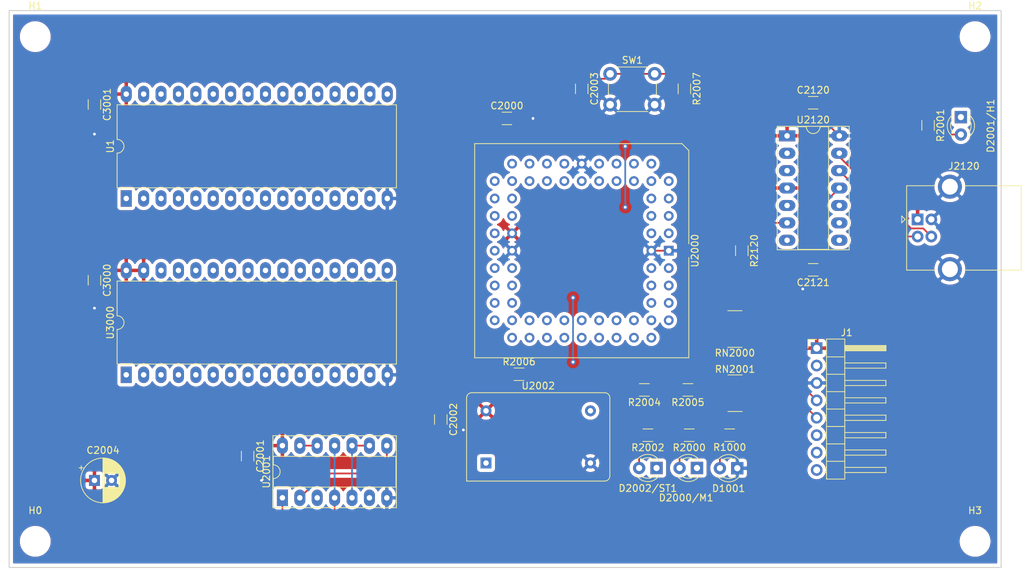
<source format=kicad_pcb>
(kicad_pcb (version 20171130) (host pcbnew "(5.1.10)-1")
  (layers (0 F.Cu signal) (31 B.Cu signal) (34 B.Paste user) (35 F.Paste user) (36 B.SilkS user) (37 F.SilkS user) (38 B.Mask user) (39 F.Mask user) (44 Edge.Cuts user))
  (net 0 "")
  (net 1 +5V)
  (net 2 GND)
  (net 3 "Net-(J2120-Pad3)")
  (net 4 "Net-(J2120-Pad2)")
  (net 5 "Net-(U2120-Pad10)")
  (net 6 "Net-(U2120-Pad9)")
  (net 7 "Net-(U2120-Pad8)")
  (net 8 "Net-(U2120-Pad7)")
  (net 9 "Net-(U2120-Pad3)")
  (net 10 "Net-(U2120-Pad2)")
  (net 11 "Net-(C2121-Pad1)")
  (net 12 "Net-(D1001-Pad2)")
  (net 13 "Net-(D2000/M1-Pad2)")
  (net 14 /2000_CPU/M1)
  (net 15 "Net-(D2001/H1-Pad2)")
  (net 16 /2000_CPU/HALT)
  (net 17 "Net-(D2002/ST1-Pad2)")
  (net 18 /2000_CPU/ST)
  (net 19 /2000_CPU/RTS0)
  (net 20 /2000_CPU/TX)
  (net 21 /2000_CPU/RX)
  (net 22 /2000_CPU/WAIT)
  (net 23 /2000_CPU/BUSREQ)
  (net 24 /2000_CPU/CTS0)
  (net 25 /2000_CPU/INT1)
  (net 26 /2000_CPU/INT2)
  (net 27 /2000_CPU/NMI)
  (net 28 /2000_CPU/INT0)
  (net 29 /2000_CPU/CKS)
  (net 30 /2000_CPU/DREQ1)
  (net 31 /2000_CPU/DCD0)
  (net 32 /2000_CPU/RXS)
  (net 33 /2000_CPU/C_RST)
  (net 34 /2000_CPU/CLK)
  (net 35 /2000_CPU/RD)
  (net 36 /2000_CPU/WR)
  (net 37 /2000_CPU/MREQ)
  (net 38 /2000_CPU/IORQ)
  (net 39 /2000_CPU/TXS)
  (net 40 /2000_CPU/D7)
  (net 41 /2000_CPU/D6)
  (net 42 /2000_CPU/D5)
  (net 43 /2000_CPU/D4)
  (net 44 /2000_CPU/D3)
  (net 45 /2000_CPU/D2)
  (net 46 /2000_CPU/D1)
  (net 47 /2000_CPU/D0)
  (net 48 /2000_CPU/A19)
  (net 49 /2000_CPU/A18)
  (net 50 /2000_CPU/A17)
  (net 51 /2000_CPU/A16)
  (net 52 /2000_CPU/A15)
  (net 53 /2000_CPU/A14)
  (net 54 /2000_CPU/A13)
  (net 55 /2000_CPU/A12)
  (net 56 /2000_CPU/A11)
  (net 57 /2000_CPU/A10)
  (net 58 /2000_CPU/A9)
  (net 59 /2000_CPU/A8)
  (net 60 /2000_CPU/A7)
  (net 61 /2000_CPU/A6)
  (net 62 /2000_CPU/A5)
  (net 63 /2000_CPU/A4)
  (net 64 /2000_CPU/A3)
  (net 65 /2000_CPU/A2)
  (net 66 /2000_CPU/A1)
  (net 67 /2000_CPU/A0)
  (net 68 /2000_CPU/ROM_CS)
  (net 69 "Net-(U2001-Pad1)")
  (net 70 /2000_CPU/RAM_CS)
  (net 71 /2000_CPU/SD_CD)
  (net 72 "Net-(J1-Pad2)")
  (net 73 "Net-(U2000-Pad54)")
  (net 74 "Net-(U2000-Pad52)")
  (net 75 "Net-(U2000-Pad50)")
  (net 76 "Net-(U2000-Pad61)")
  (net 77 "Net-(U2000-Pad59)")
  (net 78 "Net-(U2000-Pad53)")
  (net 79 "Net-(U2000-Pad51)")
  (net 80 "Net-(U2000-Pad64)")
  (net 81 "Net-(U2000-Pad68)")
  (net 82 "Net-(U2000-Pad6)")
  (net 83 "Net-(U2000-Pad4)")
  (net 84 "Net-(U2002-Pad1)")
  (net 85 "Net-(U2001-Pad2)")
  (module Capacitor_THT:CP_Radial_D6.3mm_P2.50mm (layer F.Cu) (at 75.946 119.38)
    (fp_text reference C2004 (at 1.25 -4.4) (layer F.SilkS))
    (fp_text value 1uF)
    (pad 2 thru_hole circle (at 2.5 0) (size 1.6 1.6) (drill 0.8) (layers *.Cu *.Mask) (net 2 GND))
    (pad 1 thru_hole rect (at 0 0) (size 1.6 1.6) (drill 0.8) (layers *.Cu *.Mask) (net 1 +5V))
  )
  (module Package_DIP:DIP-14_W7.62mm_Socket_LongPads (layer F.Cu) (at 103.378 121.92 90)
    (fp_text reference U2001 (at 3.81 -2.33 90) (layer F.SilkS))
    (fp_text value 74HCT00)
    (pad 14 thru_hole oval (at 7.62 0 90) (size 2.4 1.6) (drill 0.8) (layers *.Cu *.Mask) (net 1 +5V))
    (pad 7 thru_hole oval (at 0 15.24 90) (size 2.4 1.6) (drill 0.8) (layers *.Cu *.Mask) (net 2 GND))
    (pad 13 thru_hole oval (at 7.62 2.54 90) (size 2.4 1.6) (drill 0.8) (layers *.Cu *.Mask) (net 37 /2000_CPU/MREQ))
    (pad 6 thru_hole oval (at 0 12.7 90) (size 2.4 1.6) (drill 0.8) (layers *.Cu *.Mask) (net 70 /2000_CPU/RAM_CS))
    (pad 12 thru_hole oval (at 7.62 5.08 90) (size 2.4 1.6) (drill 0.8) (layers *.Cu *.Mask) (net 37 /2000_CPU/MREQ))
    (pad 5 thru_hole oval (at 0 10.16 90) (size 2.4 1.6) (drill 0.8) (layers *.Cu *.Mask) (net 48 /2000_CPU/A19))
    (pad 11 thru_hole oval (at 7.62 7.62 90) (size 2.4 1.6) (drill 0.8) (layers *.Cu *.Mask) (net 69 "Net-(U2001-Pad1)"))
    (pad 4 thru_hole oval (at 0 7.62 90) (size 2.4 1.6) (drill 0.8) (layers *.Cu *.Mask) (net 69 "Net-(U2001-Pad1)"))
    (pad 10 thru_hole oval (at 7.62 10.16 90) (size 2.4 1.6) (drill 0.8) (layers *.Cu *.Mask) (net 48 /2000_CPU/A19))
    (pad 3 thru_hole oval (at 0 5.08 90) (size 2.4 1.6) (drill 0.8) (layers *.Cu *.Mask) (net 68 /2000_CPU/ROM_CS))
    (pad 9 thru_hole oval (at 7.62 12.7 90) (size 2.4 1.6) (drill 0.8) (layers *.Cu *.Mask) (net 48 /2000_CPU/A19))
    (pad 2 thru_hole oval (at 0 2.54 90) (size 2.4 1.6) (drill 0.8) (layers *.Cu *.Mask) (net 85 "Net-(U2001-Pad2)"))
    (pad 8 thru_hole oval (at 7.62 15.24 90) (size 2.4 1.6) (drill 0.8) (layers *.Cu *.Mask) (net 85 "Net-(U2001-Pad2)"))
    (pad 1 thru_hole rect (at 0 0 90) (size 2.4 1.6) (drill 0.8) (layers *.Cu *.Mask) (net 69 "Net-(U2001-Pad1)"))
  )
  (module Button_Switch_THT:SW_PUSH_6mm (layer F.Cu) (at 151.21 60.04)
    (fp_text reference SW1 (at 3.25 -2) (layer F.SilkS))
    (fp_text value SW_Push)
    (pad 1 thru_hole circle (at 6.5 0 90) (size 2 2) (drill 1.1) (layers *.Cu *.Mask) (net 33 /2000_CPU/C_RST))
    (pad 2 thru_hole circle (at 6.5 4.5 90) (size 2 2) (drill 1.1) (layers *.Cu *.Mask) (net 2 GND))
    (pad 1 thru_hole circle (at 0 0 90) (size 2 2) (drill 1.1) (layers *.Cu *.Mask) (net 33 /2000_CPU/C_RST))
    (pad 2 thru_hole circle (at 0 4.5 90) (size 2 2) (drill 1.1) (layers *.Cu *.Mask) (net 2 GND))
  )
  (module Resistor_SMD:R_1206_3216Metric (layer F.Cu) (at 162.052 62.23 270)
    (fp_text reference R2007 (at 0 -1.82 90) (layer F.SilkS))
    (fp_text value R)
    (pad 2 smd roundrect (at 1.4625 0 270) (size 1.125 1.75) (layers F.Cu F.Paste F.Mask) (roundrect_rratio 0.222222) (net 1 +5V))
    (pad 1 smd roundrect (at -1.4625 0 270) (size 1.125 1.75) (layers F.Cu F.Paste F.Mask) (roundrect_rratio 0.222222) (net 33 /2000_CPU/C_RST))
  )
  (module Capacitor_SMD:C_1206_3216Metric (layer F.Cu) (at 147.066 62.23 270)
    (fp_text reference C2003 (at 0 -1.85 90) (layer F.SilkS))
    (fp_text value 22pf)
    (pad 2 smd roundrect (at 1.475 0 270) (size 1.15 1.8) (layers F.Cu F.Paste F.Mask) (roundrect_rratio 0.217391) (net 2 GND))
    (pad 1 smd roundrect (at -1.475 0 270) (size 1.15 1.8) (layers F.Cu F.Paste F.Mask) (roundrect_rratio 0.217391) (net 33 /2000_CPU/C_RST))
  )
  (module Package_DIP:DIP-14_W7.62mm_Socket_LongPads (layer F.Cu) (at 177.038 69.088)
    (fp_text reference U2120 (at 3.81 -2.33) (layer F.SilkS))
    (fp_text value MCP2221AxP)
    (pad 14 thru_hole oval (at 7.62 0) (size 2.4 1.6) (drill 0.8) (layers *.Cu *.Mask) (net 2 GND))
    (pad 7 thru_hole oval (at 0 15.24) (size 2.4 1.6) (drill 0.8) (layers *.Cu *.Mask) (net 8 "Net-(U2120-Pad7)"))
    (pad 13 thru_hole oval (at 7.62 2.54) (size 2.4 1.6) (drill 0.8) (layers *.Cu *.Mask) (net 3 "Net-(J2120-Pad3)"))
    (pad 6 thru_hole oval (at 0 12.7) (size 2.4 1.6) (drill 0.8) (layers *.Cu *.Mask) (net 21 /2000_CPU/RX))
    (pad 12 thru_hole oval (at 7.62 5.08) (size 2.4 1.6) (drill 0.8) (layers *.Cu *.Mask) (net 4 "Net-(J2120-Pad2)"))
    (pad 5 thru_hole oval (at 0 10.16) (size 2.4 1.6) (drill 0.8) (layers *.Cu *.Mask) (net 20 /2000_CPU/TX))
    (pad 11 thru_hole oval (at 7.62 7.62) (size 2.4 1.6) (drill 0.8) (layers *.Cu *.Mask) (net 11 "Net-(C2121-Pad1)"))
    (pad 4 thru_hole oval (at 0 7.62) (size 2.4 1.6) (drill 0.8) (layers *.Cu *.Mask) (net 1 +5V))
    (pad 10 thru_hole oval (at 7.62 10.16) (size 2.4 1.6) (drill 0.8) (layers *.Cu *.Mask) (net 5 "Net-(U2120-Pad10)"))
    (pad 3 thru_hole oval (at 0 5.08) (size 2.4 1.6) (drill 0.8) (layers *.Cu *.Mask) (net 9 "Net-(U2120-Pad3)"))
    (pad 9 thru_hole oval (at 7.62 12.7) (size 2.4 1.6) (drill 0.8) (layers *.Cu *.Mask) (net 6 "Net-(U2120-Pad9)"))
    (pad 2 thru_hole oval (at 0 2.54) (size 2.4 1.6) (drill 0.8) (layers *.Cu *.Mask) (net 10 "Net-(U2120-Pad2)"))
    (pad 8 thru_hole oval (at 7.62 15.24) (size 2.4 1.6) (drill 0.8) (layers *.Cu *.Mask) (net 7 "Net-(U2120-Pad8)"))
    (pad 1 thru_hole rect (at 0 0) (size 2.4 1.6) (drill 0.8) (layers *.Cu *.Mask) (net 1 +5V))
  )
  (module Connector_PinHeader_2.54mm:PinHeader_1x08_P2.54mm_Horizontal (layer F.Cu) (at 181.356 100.076)
    (fp_text reference J1 (at 4.385 -2.27) (layer F.SilkS))
    (fp_text value Conn_01x08_Male)
    (pad 8 thru_hole oval (at 0 17.78) (size 1.7 1.7) (drill 1) (layers *.Cu *.Mask) (net 71 /2000_CPU/SD_CD))
    (pad 7 thru_hole oval (at 0 15.24) (size 1.7 1.7) (drill 1) (layers *.Cu *.Mask) (net 19 /2000_CPU/RTS0))
    (pad 6 thru_hole oval (at 0 12.7) (size 1.7 1.7) (drill 1) (layers *.Cu *.Mask) (net 39 /2000_CPU/TXS))
    (pad 5 thru_hole oval (at 0 10.16) (size 1.7 1.7) (drill 1) (layers *.Cu *.Mask) (net 32 /2000_CPU/RXS))
    (pad 4 thru_hole oval (at 0 7.62) (size 1.7 1.7) (drill 1) (layers *.Cu *.Mask) (net 29 /2000_CPU/CKS))
    (pad 3 thru_hole oval (at 0 5.08) (size 1.7 1.7) (drill 1) (layers *.Cu *.Mask) (net 2 GND))
    (pad 2 thru_hole oval (at 0 2.54) (size 1.7 1.7) (drill 1) (layers *.Cu *.Mask) (net 72 "Net-(J1-Pad2)"))
    (pad 1 thru_hole rect (at 0 0) (size 1.7 1.7) (drill 1) (layers *.Cu *.Mask) (net 1 +5V))
  )
  (module Package_DIP:DIP-32_W15.24mm_LongPads (layer F.Cu) (at 80.586 103.968 90)
    (fp_text reference U3000 (at 7.62 -2.33 90) (layer F.SilkS))
    (fp_text value SST39SF040)
    (pad 32 thru_hole oval (at 15.24 0 90) (size 2.4 1.6) (drill 0.8) (layers *.Cu *.Mask) (net 1 +5V))
    (pad 16 thru_hole oval (at 0 38.1 90) (size 2.4 1.6) (drill 0.8) (layers *.Cu *.Mask) (net 2 GND))
    (pad 31 thru_hole oval (at 15.24 2.54 90) (size 2.4 1.6) (drill 0.8) (layers *.Cu *.Mask) (net 1 +5V))
    (pad 15 thru_hole oval (at 0 35.56 90) (size 2.4 1.6) (drill 0.8) (layers *.Cu *.Mask) (net 45 /2000_CPU/D2))
    (pad 30 thru_hole oval (at 15.24 5.08 90) (size 2.4 1.6) (drill 0.8) (layers *.Cu *.Mask) (net 50 /2000_CPU/A17))
    (pad 14 thru_hole oval (at 0 33.02 90) (size 2.4 1.6) (drill 0.8) (layers *.Cu *.Mask) (net 46 /2000_CPU/D1))
    (pad 29 thru_hole oval (at 15.24 7.62 90) (size 2.4 1.6) (drill 0.8) (layers *.Cu *.Mask) (net 53 /2000_CPU/A14))
    (pad 13 thru_hole oval (at 0 30.48 90) (size 2.4 1.6) (drill 0.8) (layers *.Cu *.Mask) (net 47 /2000_CPU/D0))
    (pad 28 thru_hole oval (at 15.24 10.16 90) (size 2.4 1.6) (drill 0.8) (layers *.Cu *.Mask) (net 54 /2000_CPU/A13))
    (pad 12 thru_hole oval (at 0 27.94 90) (size 2.4 1.6) (drill 0.8) (layers *.Cu *.Mask) (net 67 /2000_CPU/A0))
    (pad 27 thru_hole oval (at 15.24 12.7 90) (size 2.4 1.6) (drill 0.8) (layers *.Cu *.Mask) (net 59 /2000_CPU/A8))
    (pad 11 thru_hole oval (at 0 25.4 90) (size 2.4 1.6) (drill 0.8) (layers *.Cu *.Mask) (net 66 /2000_CPU/A1))
    (pad 26 thru_hole oval (at 15.24 15.24 90) (size 2.4 1.6) (drill 0.8) (layers *.Cu *.Mask) (net 58 /2000_CPU/A9))
    (pad 10 thru_hole oval (at 0 22.86 90) (size 2.4 1.6) (drill 0.8) (layers *.Cu *.Mask) (net 65 /2000_CPU/A2))
    (pad 25 thru_hole oval (at 15.24 17.78 90) (size 2.4 1.6) (drill 0.8) (layers *.Cu *.Mask) (net 56 /2000_CPU/A11))
    (pad 9 thru_hole oval (at 0 20.32 90) (size 2.4 1.6) (drill 0.8) (layers *.Cu *.Mask) (net 64 /2000_CPU/A3))
    (pad 24 thru_hole oval (at 15.24 20.32 90) (size 2.4 1.6) (drill 0.8) (layers *.Cu *.Mask) (net 35 /2000_CPU/RD))
    (pad 8 thru_hole oval (at 0 17.78 90) (size 2.4 1.6) (drill 0.8) (layers *.Cu *.Mask) (net 63 /2000_CPU/A4))
    (pad 23 thru_hole oval (at 15.24 22.86 90) (size 2.4 1.6) (drill 0.8) (layers *.Cu *.Mask) (net 57 /2000_CPU/A10))
    (pad 7 thru_hole oval (at 0 15.24 90) (size 2.4 1.6) (drill 0.8) (layers *.Cu *.Mask) (net 62 /2000_CPU/A5))
    (pad 22 thru_hole oval (at 15.24 25.4 90) (size 2.4 1.6) (drill 0.8) (layers *.Cu *.Mask) (net 68 /2000_CPU/ROM_CS))
    (pad 6 thru_hole oval (at 0 12.7 90) (size 2.4 1.6) (drill 0.8) (layers *.Cu *.Mask) (net 61 /2000_CPU/A6))
    (pad 21 thru_hole oval (at 15.24 27.94 90) (size 2.4 1.6) (drill 0.8) (layers *.Cu *.Mask) (net 40 /2000_CPU/D7))
    (pad 5 thru_hole oval (at 0 10.16 90) (size 2.4 1.6) (drill 0.8) (layers *.Cu *.Mask) (net 60 /2000_CPU/A7))
    (pad 20 thru_hole oval (at 15.24 30.48 90) (size 2.4 1.6) (drill 0.8) (layers *.Cu *.Mask) (net 41 /2000_CPU/D6))
    (pad 4 thru_hole oval (at 0 7.62 90) (size 2.4 1.6) (drill 0.8) (layers *.Cu *.Mask) (net 55 /2000_CPU/A12))
    (pad 19 thru_hole oval (at 15.24 33.02 90) (size 2.4 1.6) (drill 0.8) (layers *.Cu *.Mask) (net 42 /2000_CPU/D5))
    (pad 3 thru_hole oval (at 0 5.08 90) (size 2.4 1.6) (drill 0.8) (layers *.Cu *.Mask) (net 52 /2000_CPU/A15))
    (pad 18 thru_hole oval (at 15.24 35.56 90) (size 2.4 1.6) (drill 0.8) (layers *.Cu *.Mask) (net 43 /2000_CPU/D4))
    (pad 2 thru_hole oval (at 0 2.54 90) (size 2.4 1.6) (drill 0.8) (layers *.Cu *.Mask) (net 51 /2000_CPU/A16))
    (pad 17 thru_hole oval (at 15.24 38.1 90) (size 2.4 1.6) (drill 0.8) (layers *.Cu *.Mask) (net 44 /2000_CPU/D3))
    (pad 1 thru_hole rect (at 0 0 90) (size 2.4 1.6) (drill 0.8) (layers *.Cu *.Mask) (net 49 /2000_CPU/A18))
  )
  (module Oscillator:Oscillator_DIP-14 (layer F.Cu) (at 133.096 116.84)
    (fp_text reference U2002 (at 7.62 -11.26) (layer F.SilkS))
    (fp_text value "14.7456 MHz")
    (pad 7 thru_hole circle (at 15.24 0) (size 1.6 1.6) (drill 0.8) (layers *.Cu *.Mask) (net 2 GND))
    (pad 8 thru_hole circle (at 15.24 -7.62) (size 1.6 1.6) (drill 0.8) (layers *.Cu *.Mask) (net 34 /2000_CPU/CLK))
    (pad 14 thru_hole circle (at 0 -7.62) (size 1.6 1.6) (drill 0.8) (layers *.Cu *.Mask) (net 1 +5V))
    (pad 1 thru_hole rect (at 0 0) (size 1.6 1.6) (drill 0.8) (layers *.Cu *.Mask) (net 84 "Net-(U2002-Pad1)"))
  )
  (module Package_DIP:DIP-32_W15.24mm_LongPads (layer F.Cu) (at 80.586 78.232 90)
    (fp_text reference U1 (at 7.62 -2.33 90) (layer F.SilkS))
    (fp_text value AS6C4008-55PCN)
    (pad 32 thru_hole oval (at 15.24 0 90) (size 2.4 1.6) (drill 0.8) (layers *.Cu *.Mask) (net 1 +5V))
    (pad 16 thru_hole oval (at 0 38.1 90) (size 2.4 1.6) (drill 0.8) (layers *.Cu *.Mask) (net 2 GND))
    (pad 31 thru_hole oval (at 15.24 2.54 90) (size 2.4 1.6) (drill 0.8) (layers *.Cu *.Mask) (net 52 /2000_CPU/A15))
    (pad 15 thru_hole oval (at 0 35.56 90) (size 2.4 1.6) (drill 0.8) (layers *.Cu *.Mask) (net 45 /2000_CPU/D2))
    (pad 30 thru_hole oval (at 15.24 5.08 90) (size 2.4 1.6) (drill 0.8) (layers *.Cu *.Mask) (net 50 /2000_CPU/A17))
    (pad 14 thru_hole oval (at 0 33.02 90) (size 2.4 1.6) (drill 0.8) (layers *.Cu *.Mask) (net 46 /2000_CPU/D1))
    (pad 29 thru_hole oval (at 15.24 7.62 90) (size 2.4 1.6) (drill 0.8) (layers *.Cu *.Mask) (net 36 /2000_CPU/WR))
    (pad 13 thru_hole oval (at 0 30.48 90) (size 2.4 1.6) (drill 0.8) (layers *.Cu *.Mask) (net 47 /2000_CPU/D0))
    (pad 28 thru_hole oval (at 15.24 10.16 90) (size 2.4 1.6) (drill 0.8) (layers *.Cu *.Mask) (net 54 /2000_CPU/A13))
    (pad 12 thru_hole oval (at 0 27.94 90) (size 2.4 1.6) (drill 0.8) (layers *.Cu *.Mask) (net 67 /2000_CPU/A0))
    (pad 27 thru_hole oval (at 15.24 12.7 90) (size 2.4 1.6) (drill 0.8) (layers *.Cu *.Mask) (net 59 /2000_CPU/A8))
    (pad 11 thru_hole oval (at 0 25.4 90) (size 2.4 1.6) (drill 0.8) (layers *.Cu *.Mask) (net 66 /2000_CPU/A1))
    (pad 26 thru_hole oval (at 15.24 15.24 90) (size 2.4 1.6) (drill 0.8) (layers *.Cu *.Mask) (net 58 /2000_CPU/A9))
    (pad 10 thru_hole oval (at 0 22.86 90) (size 2.4 1.6) (drill 0.8) (layers *.Cu *.Mask) (net 65 /2000_CPU/A2))
    (pad 25 thru_hole oval (at 15.24 17.78 90) (size 2.4 1.6) (drill 0.8) (layers *.Cu *.Mask) (net 56 /2000_CPU/A11))
    (pad 9 thru_hole oval (at 0 20.32 90) (size 2.4 1.6) (drill 0.8) (layers *.Cu *.Mask) (net 64 /2000_CPU/A3))
    (pad 24 thru_hole oval (at 15.24 20.32 90) (size 2.4 1.6) (drill 0.8) (layers *.Cu *.Mask) (net 35 /2000_CPU/RD))
    (pad 8 thru_hole oval (at 0 17.78 90) (size 2.4 1.6) (drill 0.8) (layers *.Cu *.Mask) (net 63 /2000_CPU/A4))
    (pad 23 thru_hole oval (at 15.24 22.86 90) (size 2.4 1.6) (drill 0.8) (layers *.Cu *.Mask) (net 57 /2000_CPU/A10))
    (pad 7 thru_hole oval (at 0 15.24 90) (size 2.4 1.6) (drill 0.8) (layers *.Cu *.Mask) (net 62 /2000_CPU/A5))
    (pad 22 thru_hole oval (at 15.24 25.4 90) (size 2.4 1.6) (drill 0.8) (layers *.Cu *.Mask) (net 70 /2000_CPU/RAM_CS))
    (pad 6 thru_hole oval (at 0 12.7 90) (size 2.4 1.6) (drill 0.8) (layers *.Cu *.Mask) (net 61 /2000_CPU/A6))
    (pad 21 thru_hole oval (at 15.24 27.94 90) (size 2.4 1.6) (drill 0.8) (layers *.Cu *.Mask) (net 40 /2000_CPU/D7))
    (pad 5 thru_hole oval (at 0 10.16 90) (size 2.4 1.6) (drill 0.8) (layers *.Cu *.Mask) (net 60 /2000_CPU/A7))
    (pad 20 thru_hole oval (at 15.24 30.48 90) (size 2.4 1.6) (drill 0.8) (layers *.Cu *.Mask) (net 41 /2000_CPU/D6))
    (pad 4 thru_hole oval (at 0 7.62 90) (size 2.4 1.6) (drill 0.8) (layers *.Cu *.Mask) (net 55 /2000_CPU/A12))
    (pad 19 thru_hole oval (at 15.24 33.02 90) (size 2.4 1.6) (drill 0.8) (layers *.Cu *.Mask) (net 42 /2000_CPU/D5))
    (pad 3 thru_hole oval (at 0 5.08 90) (size 2.4 1.6) (drill 0.8) (layers *.Cu *.Mask) (net 53 /2000_CPU/A14))
    (pad 18 thru_hole oval (at 15.24 35.56 90) (size 2.4 1.6) (drill 0.8) (layers *.Cu *.Mask) (net 43 /2000_CPU/D4))
    (pad 2 thru_hole oval (at 0 2.54 90) (size 2.4 1.6) (drill 0.8) (layers *.Cu *.Mask) (net 51 /2000_CPU/A16))
    (pad 17 thru_hole oval (at 15.24 38.1 90) (size 2.4 1.6) (drill 0.8) (layers *.Cu *.Mask) (net 44 /2000_CPU/D3))
    (pad 1 thru_hole rect (at 0 0 90) (size 2.4 1.6) (drill 0.8) (layers *.Cu *.Mask) (net 49 /2000_CPU/A18))
  )
  (module Resistor_SMD:R_Array_Convex_4x1206 (layer F.Cu) (at 169.442 106.648)
    (fp_text reference RN2001 (at 0 -3.5) (layer F.SilkS))
    (fp_text value "4 x 10K")
    (pad 6 smd rect (at 1.5 0.66) (size 0.9 0.9) (layers F.Cu F.Paste F.Mask) (net 32 /2000_CPU/RXS))
    (pad 5 smd rect (at 1.5 2) (size 0.9 0.9) (layers F.Cu F.Paste F.Mask) (net 30 /2000_CPU/DREQ1))
    (pad 8 smd rect (at 1.5 -2) (size 0.9 0.9) (layers F.Cu F.Paste F.Mask) (net 31 /2000_CPU/DCD0))
    (pad 7 smd rect (at 1.5 -0.66) (size 0.9 0.9) (layers F.Cu F.Paste F.Mask) (net 29 /2000_CPU/CKS))
    (pad 3 smd rect (at -1.5 0.66) (size 0.9 0.9) (layers F.Cu F.Paste F.Mask) (net 1 +5V))
    (pad 2 smd rect (at -1.5 -0.66) (size 0.9 0.9) (layers F.Cu F.Paste F.Mask) (net 1 +5V))
    (pad 4 smd rect (at -1.5 2) (size 0.9 0.9) (layers F.Cu F.Paste F.Mask) (net 1 +5V))
    (pad 1 smd rect (at -1.5 -2) (size 0.9 0.9) (layers F.Cu F.Paste F.Mask) (net 1 +5V))
  )
  (module Resistor_SMD:R_Array_Convex_4x1206 (layer F.Cu) (at 169.418 97.282 180)
    (fp_text reference RN2000 (at 0 -3.5) (layer F.SilkS))
    (fp_text value "4 x 10K")
    (pad 6 smd rect (at 1.5 0.66 180) (size 0.9 0.9) (layers F.Cu F.Paste F.Mask) (net 28 /2000_CPU/INT0))
    (pad 5 smd rect (at 1.5 2 180) (size 0.9 0.9) (layers F.Cu F.Paste F.Mask) (net 27 /2000_CPU/NMI))
    (pad 8 smd rect (at 1.5 -2 180) (size 0.9 0.9) (layers F.Cu F.Paste F.Mask) (net 26 /2000_CPU/INT2))
    (pad 7 smd rect (at 1.5 -0.66 180) (size 0.9 0.9) (layers F.Cu F.Paste F.Mask) (net 25 /2000_CPU/INT1))
    (pad 3 smd rect (at -1.5 0.66 180) (size 0.9 0.9) (layers F.Cu F.Paste F.Mask) (net 1 +5V))
    (pad 2 smd rect (at -1.5 -0.66 180) (size 0.9 0.9) (layers F.Cu F.Paste F.Mask) (net 1 +5V))
    (pad 4 smd rect (at -1.5 2 180) (size 0.9 0.9) (layers F.Cu F.Paste F.Mask) (net 1 +5V))
    (pad 1 smd rect (at -1.5 -2 180) (size 0.9 0.9) (layers F.Cu F.Paste F.Mask) (net 1 +5V))
  )
  (module Resistor_SMD:R_1206_3216Metric (layer F.Cu) (at 170.434 85.852 270)
    (fp_text reference R2120 (at 0 -1.82 90) (layer F.SilkS))
    (fp_text value 100k)
    (pad 2 smd roundrect (at 1.4625 0 270) (size 1.125 1.75) (layers F.Cu F.Paste F.Mask) (roundrect_rratio 0.222222) (net 1 +5V))
    (pad 1 smd roundrect (at -1.4625 0 270) (size 1.125 1.75) (layers F.Cu F.Paste F.Mask) (roundrect_rratio 0.222222) (net 21 /2000_CPU/RX))
  )
  (module Resistor_SMD:R_1206_3216Metric (layer F.Cu) (at 137.922 103.886)
    (fp_text reference R2006 (at 0 -1.82) (layer F.SilkS))
    (fp_text value R)
    (pad 2 smd roundrect (at 1.4625 0) (size 1.125 1.75) (layers F.Cu F.Paste F.Mask) (roundrect_rratio 0.222222) (net 24 /2000_CPU/CTS0))
    (pad 1 smd roundrect (at -1.4625 0) (size 1.125 1.75) (layers F.Cu F.Paste F.Mask) (roundrect_rratio 0.222222) (net 1 +5V))
  )
  (module Resistor_SMD:R_1206_3216Metric (layer F.Cu) (at 162.56 106.172 180)
    (fp_text reference R2005 (at 0 -1.82) (layer F.SilkS))
    (fp_text value R)
    (pad 2 smd roundrect (at 1.4625 0 180) (size 1.125 1.75) (layers F.Cu F.Paste F.Mask) (roundrect_rratio 0.222222) (net 23 /2000_CPU/BUSREQ))
    (pad 1 smd roundrect (at -1.4625 0 180) (size 1.125 1.75) (layers F.Cu F.Paste F.Mask) (roundrect_rratio 0.222222) (net 1 +5V))
  )
  (module Resistor_SMD:R_1206_3216Metric (layer F.Cu) (at 156.21 106.172 180)
    (fp_text reference R2004 (at 0 -1.82) (layer F.SilkS))
    (fp_text value R)
    (pad 2 smd roundrect (at 1.4625 0 180) (size 1.125 1.75) (layers F.Cu F.Paste F.Mask) (roundrect_rratio 0.222222) (net 22 /2000_CPU/WAIT))
    (pad 1 smd roundrect (at -1.4625 0 180) (size 1.125 1.75) (layers F.Cu F.Paste F.Mask) (roundrect_rratio 0.222222) (net 1 +5V))
  )
  (module Resistor_SMD:R_1206_3216Metric (layer F.Cu) (at 156.718 112.776 180)
    (fp_text reference R2002 (at 0 -1.82) (layer F.SilkS))
    (fp_text value R)
    (pad 2 smd roundrect (at 1.4625 0 180) (size 1.125 1.75) (layers F.Cu F.Paste F.Mask) (roundrect_rratio 0.222222) (net 17 "Net-(D2002/ST1-Pad2)"))
    (pad 1 smd roundrect (at -1.4625 0 180) (size 1.125 1.75) (layers F.Cu F.Paste F.Mask) (roundrect_rratio 0.222222) (net 1 +5V))
  )
  (module Resistor_SMD:R_1206_3216Metric (layer F.Cu) (at 197.612 67.564 270)
    (fp_text reference R2001 (at 0 -1.82 90) (layer F.SilkS))
    (fp_text value R)
    (pad 2 smd roundrect (at 1.4625 0 270) (size 1.125 1.75) (layers F.Cu F.Paste F.Mask) (roundrect_rratio 0.222222) (net 15 "Net-(D2001/H1-Pad2)"))
    (pad 1 smd roundrect (at -1.4625 0 270) (size 1.125 1.75) (layers F.Cu F.Paste F.Mask) (roundrect_rratio 0.222222) (net 1 +5V))
  )
  (module Resistor_SMD:R_1206_3216Metric (layer F.Cu) (at 162.7525 112.776 180)
    (fp_text reference R2000 (at 0 -1.82) (layer F.SilkS))
    (fp_text value R)
    (pad 2 smd roundrect (at 1.4625 0 180) (size 1.125 1.75) (layers F.Cu F.Paste F.Mask) (roundrect_rratio 0.222222) (net 13 "Net-(D2000/M1-Pad2)"))
    (pad 1 smd roundrect (at -1.4625 0 180) (size 1.125 1.75) (layers F.Cu F.Paste F.Mask) (roundrect_rratio 0.222222) (net 1 +5V))
  )
  (module Resistor_SMD:R_1206_3216Metric (layer F.Cu) (at 168.656 112.776)
    (fp_text reference R1000 (at 0 1.778) (layer F.SilkS))
    (fp_text value 2.2K)
    (pad 2 smd roundrect (at 1.4625 0) (size 1.125 1.75) (layers F.Cu F.Paste F.Mask) (roundrect_rratio 0.222222) (net 1 +5V))
    (pad 1 smd roundrect (at -1.4625 0) (size 1.125 1.75) (layers F.Cu F.Paste F.Mask) (roundrect_rratio 0.222222) (net 12 "Net-(D1001-Pad2)"))
  )
  (module Connector_USB:USB_B_OST_USB-B1HSxx_Horizontal (layer F.Cu) (at 196.088 81.28)
    (fp_text reference J2120 (at 6.76 -7.77) (layer F.SilkS))
    (fp_text value USB_B)
    (pad 5 thru_hole circle (at 4.71 7.27) (size 3.5 3.5) (drill 2.33) (layers *.Cu *.Mask) (net 2 GND))
    (pad 5 thru_hole circle (at 4.71 -4.77) (size 3.5 3.5) (drill 2.33) (layers *.Cu *.Mask) (net 2 GND))
    (pad 4 thru_hole circle (at 2 0) (size 1.7 1.7) (drill 0.92) (layers *.Cu *.Mask) (net 2 GND))
    (pad 3 thru_hole circle (at 2 2.5) (size 1.7 1.7) (drill 0.92) (layers *.Cu *.Mask) (net 3 "Net-(J2120-Pad3)"))
    (pad 2 thru_hole circle (at 0 2.5) (size 1.7 1.7) (drill 0.92) (layers *.Cu *.Mask) (net 4 "Net-(J2120-Pad2)"))
    (pad 1 thru_hole rect (at 0 0) (size 1.7 1.7) (drill 0.92) (layers *.Cu *.Mask) (net 1 +5V))
  )
  (module Package_LCC:PLCC-68_THT-Socket (layer F.Cu) (at 159.766 85.852 270)
    (fp_text reference U2000 (at 0 -3.825 90) (layer F.SilkS))
    (fp_text value Z8-L180-S180-180-PLCC-68)
    (pad 60 thru_hole circle (at 12.7 2.54 270) (size 1.4224 1.4224) (drill 0.8) (layers *.Cu *.Mask) (net 16 /2000_CPU/HALT))
    (pad 58 thru_hole circle (at 12.7 5.08 270) (size 1.4224 1.4224) (drill 0.8) (layers *.Cu *.Mask) (net 30 /2000_CPU/DREQ1))
    (pad 56 thru_hole circle (at 12.7 7.62 270) (size 1.4224 1.4224) (drill 0.8) (layers *.Cu *.Mask) (net 32 /2000_CPU/RXS))
    (pad 54 thru_hole circle (at 12.7 10.16 270) (size 1.4224 1.4224) (drill 0.8) (layers *.Cu *.Mask) (net 73 "Net-(U2000-Pad54)"))
    (pad 52 thru_hole circle (at 12.7 12.7 270) (size 1.4224 1.4224) (drill 0.8) (layers *.Cu *.Mask) (net 74 "Net-(U2000-Pad52)"))
    (pad 50 thru_hole circle (at 12.7 15.24 270) (size 1.4224 1.4224) (drill 0.8) (layers *.Cu *.Mask) (net 75 "Net-(U2000-Pad50)"))
    (pad 48 thru_hole circle (at 12.7 17.78 270) (size 1.4224 1.4224) (drill 0.8) (layers *.Cu *.Mask) (net 20 /2000_CPU/TX))
    (pad 46 thru_hole circle (at 12.7 20.32 270) (size 1.4224 1.4224) (drill 0.8) (layers *.Cu *.Mask) (net 24 /2000_CPU/CTS0))
    (pad 61 thru_hole circle (at 10.16 0 270) (size 1.4224 1.4224) (drill 0.8) (layers *.Cu *.Mask) (net 76 "Net-(U2000-Pad61)"))
    (pad 59 thru_hole circle (at 10.16 5.08 270) (size 1.4224 1.4224) (drill 0.8) (layers *.Cu *.Mask) (net 77 "Net-(U2000-Pad59)"))
    (pad 57 thru_hole circle (at 10.16 7.62 270) (size 1.4224 1.4224) (drill 0.8) (layers *.Cu *.Mask) (net 29 /2000_CPU/CKS))
    (pad 55 thru_hole circle (at 10.16 10.16 270) (size 1.4224 1.4224) (drill 0.8) (layers *.Cu *.Mask) (net 39 /2000_CPU/TXS))
    (pad 53 thru_hole circle (at 10.16 12.7 270) (size 1.4224 1.4224) (drill 0.8) (layers *.Cu *.Mask) (net 78 "Net-(U2000-Pad53)"))
    (pad 51 thru_hole circle (at 10.16 15.24 270) (size 1.4224 1.4224) (drill 0.8) (layers *.Cu *.Mask) (net 79 "Net-(U2000-Pad51)"))
    (pad 49 thru_hole circle (at 10.16 17.78 270) (size 1.4224 1.4224) (drill 0.8) (layers *.Cu *.Mask) (net 21 /2000_CPU/RX))
    (pad 47 thru_hole circle (at 10.16 20.32 270) (size 1.4224 1.4224) (drill 0.8) (layers *.Cu *.Mask) (net 31 /2000_CPU/DCD0))
    (pad 45 thru_hole circle (at 10.16 22.86 270) (size 1.4224 1.4224) (drill 0.8) (layers *.Cu *.Mask) (net 19 /2000_CPU/RTS0))
    (pad 43 thru_hole circle (at 10.16 25.4 270) (size 1.4224 1.4224) (drill 0.8) (layers *.Cu *.Mask) (net 41 /2000_CPU/D6))
    (pad 41 thru_hole circle (at 7.62 25.4 270) (size 1.4224 1.4224) (drill 0.8) (layers *.Cu *.Mask) (net 43 /2000_CPU/D4))
    (pad 39 thru_hole circle (at 5.08 25.4 270) (size 1.4224 1.4224) (drill 0.8) (layers *.Cu *.Mask) (net 45 /2000_CPU/D2))
    (pad 37 thru_hole circle (at 2.54 25.4 270) (size 1.4224 1.4224) (drill 0.8) (layers *.Cu *.Mask) (net 47 /2000_CPU/D0))
    (pad 35 thru_hole circle (at 0 25.4 270) (size 1.4224 1.4224) (drill 0.8) (layers *.Cu *.Mask) (net 48 /2000_CPU/A19))
    (pad 33 thru_hole circle (at -2.54 25.4 270) (size 1.4224 1.4224) (drill 0.8) (layers *.Cu *.Mask) (net 49 /2000_CPU/A18))
    (pad 31 thru_hole circle (at -5.08 25.4 270) (size 1.4224 1.4224) (drill 0.8) (layers *.Cu *.Mask) (net 51 /2000_CPU/A16))
    (pad 29 thru_hole circle (at -7.62 25.4 270) (size 1.4224 1.4224) (drill 0.8) (layers *.Cu *.Mask) (net 53 /2000_CPU/A14))
    (pad 27 thru_hole circle (at -10.16 25.4 270) (size 1.4224 1.4224) (drill 0.8) (layers *.Cu *.Mask) (net 55 /2000_CPU/A12))
    (pad 44 thru_hole circle (at 12.7 22.86 270) (size 1.4224 1.4224) (drill 0.8) (layers *.Cu *.Mask) (net 40 /2000_CPU/D7))
    (pad 42 thru_hole circle (at 7.62 22.86 270) (size 1.4224 1.4224) (drill 0.8) (layers *.Cu *.Mask) (net 42 /2000_CPU/D5))
    (pad 40 thru_hole circle (at 5.08 22.86 270) (size 1.4224 1.4224) (drill 0.8) (layers *.Cu *.Mask) (net 44 /2000_CPU/D3))
    (pad 38 thru_hole circle (at 2.54 22.86 270) (size 1.4224 1.4224) (drill 0.8) (layers *.Cu *.Mask) (net 46 /2000_CPU/D1))
    (pad 36 thru_hole circle (at 0 22.86 270) (size 1.4224 1.4224) (drill 0.8) (layers *.Cu *.Mask) (net 2 GND))
    (pad 34 thru_hole circle (at -2.54 22.86 270) (size 1.4224 1.4224) (drill 0.8) (layers *.Cu *.Mask) (net 1 +5V))
    (pad 32 thru_hole circle (at -5.08 22.86 270) (size 1.4224 1.4224) (drill 0.8) (layers *.Cu *.Mask) (net 50 /2000_CPU/A17))
    (pad 30 thru_hole circle (at -7.62 22.86 270) (size 1.4224 1.4224) (drill 0.8) (layers *.Cu *.Mask) (net 52 /2000_CPU/A15))
    (pad 28 thru_hole circle (at -10.16 22.86 270) (size 1.4224 1.4224) (drill 0.8) (layers *.Cu *.Mask) (net 54 /2000_CPU/A13))
    (pad 26 thru_hole circle (at -12.7 22.86 270) (size 1.4224 1.4224) (drill 0.8) (layers *.Cu *.Mask) (net 56 /2000_CPU/A11))
    (pad 24 thru_hole circle (at -12.7 20.32 270) (size 1.4224 1.4224) (drill 0.8) (layers *.Cu *.Mask) (net 58 /2000_CPU/A9))
    (pad 22 thru_hole circle (at -12.7 17.78 270) (size 1.4224 1.4224) (drill 0.8) (layers *.Cu *.Mask) (net 60 /2000_CPU/A7))
    (pad 20 thru_hole circle (at -12.7 15.24 270) (size 1.4224 1.4224) (drill 0.8) (layers *.Cu *.Mask) (net 62 /2000_CPU/A5))
    (pad 18 thru_hole circle (at -12.7 12.7 270) (size 1.4224 1.4224) (drill 0.8) (layers *.Cu *.Mask) (net 2 GND))
    (pad 16 thru_hole circle (at -12.7 10.16 270) (size 1.4224 1.4224) (drill 0.8) (layers *.Cu *.Mask) (net 65 /2000_CPU/A2))
    (pad 14 thru_hole circle (at -12.7 7.62 270) (size 1.4224 1.4224) (drill 0.8) (layers *.Cu *.Mask) (net 67 /2000_CPU/A0))
    (pad 12 thru_hole circle (at -12.7 5.08 270) (size 1.4224 1.4224) (drill 0.8) (layers *.Cu *.Mask) (net 26 /2000_CPU/INT2))
    (pad 10 thru_hole circle (at -12.7 2.54 270) (size 1.4224 1.4224) (drill 0.8) (layers *.Cu *.Mask) (net 28 /2000_CPU/INT0))
    (pad 25 thru_hole circle (at -10.16 20.32 270) (size 1.4224 1.4224) (drill 0.8) (layers *.Cu *.Mask) (net 57 /2000_CPU/A10))
    (pad 23 thru_hole circle (at -10.16 17.78 270) (size 1.4224 1.4224) (drill 0.8) (layers *.Cu *.Mask) (net 59 /2000_CPU/A8))
    (pad 21 thru_hole circle (at -10.16 15.24 270) (size 1.4224 1.4224) (drill 0.8) (layers *.Cu *.Mask) (net 61 /2000_CPU/A6))
    (pad 19 thru_hole circle (at -10.16 12.7 270) (size 1.4224 1.4224) (drill 0.8) (layers *.Cu *.Mask) (net 63 /2000_CPU/A4))
    (pad 17 thru_hole circle (at -10.16 10.16 270) (size 1.4224 1.4224) (drill 0.8) (layers *.Cu *.Mask) (net 64 /2000_CPU/A3))
    (pad 15 thru_hole circle (at -10.16 7.62 270) (size 1.4224 1.4224) (drill 0.8) (layers *.Cu *.Mask) (net 66 /2000_CPU/A1))
    (pad 13 thru_hole circle (at -10.16 5.08 270) (size 1.4224 1.4224) (drill 0.8) (layers *.Cu *.Mask) (net 18 /2000_CPU/ST))
    (pad 11 thru_hole circle (at -10.16 2.54 270) (size 1.4224 1.4224) (drill 0.8) (layers *.Cu *.Mask) (net 25 /2000_CPU/INT1))
    (pad 63 thru_hole circle (at 7.62 0 270) (size 1.4224 1.4224) (drill 0.8) (layers *.Cu *.Mask) (net 37 /2000_CPU/MREQ))
    (pad 65 thru_hole circle (at 5.08 0 270) (size 1.4224 1.4224) (drill 0.8) (layers *.Cu *.Mask) (net 14 /2000_CPU/M1))
    (pad 67 thru_hole circle (at 2.54 0 270) (size 1.4224 1.4224) (drill 0.8) (layers *.Cu *.Mask) (net 35 /2000_CPU/RD))
    (pad 9 thru_hole circle (at -10.16 0 270) (size 1.4224 1.4224) (drill 0.8) (layers *.Cu *.Mask) (net 27 /2000_CPU/NMI))
    (pad 7 thru_hole circle (at -7.62 0 270) (size 1.4224 1.4224) (drill 0.8) (layers *.Cu *.Mask) (net 23 /2000_CPU/BUSREQ))
    (pad 5 thru_hole circle (at -5.08 0 270) (size 1.4224 1.4224) (drill 0.8) (layers *.Cu *.Mask) (net 22 /2000_CPU/WAIT))
    (pad 3 thru_hole circle (at -2.54 0 270) (size 1.4224 1.4224) (drill 0.8) (layers *.Cu *.Mask) (net 34 /2000_CPU/CLK))
    (pad 1 thru_hole rect (at 0 0 270) (size 1.4224 1.4224) (drill 0.8) (layers *.Cu *.Mask) (net 2 GND))
    (pad 62 thru_hole circle (at 10.16 2.54 270) (size 1.4224 1.4224) (drill 0.8) (layers *.Cu *.Mask) (net 38 /2000_CPU/IORQ))
    (pad 64 thru_hole circle (at 7.62 2.54 270) (size 1.4224 1.4224) (drill 0.8) (layers *.Cu *.Mask) (net 80 "Net-(U2000-Pad64)"))
    (pad 66 thru_hole circle (at 5.08 2.54 270) (size 1.4224 1.4224) (drill 0.8) (layers *.Cu *.Mask) (net 36 /2000_CPU/WR))
    (pad 68 thru_hole circle (at 2.54 2.54 270) (size 1.4224 1.4224) (drill 0.8) (layers *.Cu *.Mask) (net 81 "Net-(U2000-Pad68)"))
    (pad 8 thru_hole circle (at -7.62 2.54 270) (size 1.4224 1.4224) (drill 0.8) (layers *.Cu *.Mask) (net 33 /2000_CPU/C_RST))
    (pad 6 thru_hole circle (at -5.08 2.54 270) (size 1.4224 1.4224) (drill 0.8) (layers *.Cu *.Mask) (net 82 "Net-(U2000-Pad6)"))
    (pad 4 thru_hole circle (at -2.54 2.54 270) (size 1.4224 1.4224) (drill 0.8) (layers *.Cu *.Mask) (net 83 "Net-(U2000-Pad4)"))
    (pad 2 thru_hole circle (at 0 2.54 270) (size 1.4224 1.4224) (drill 0.8) (layers *.Cu *.Mask) (net 2 GND))
  )
  (module MountingHole:MountingHole_3.5mm (layer F.Cu) (at 204.47 128.27)
    (fp_text reference H3 (at 0 -4.5) (layer F.SilkS))
    (fp_text value MountingHole)
    (pad 1 np_thru_hole circle (at 0 0) (size 3.5 3.5) (drill 3.5) (layers *.Cu *.Mask))
  )
  (module MountingHole:MountingHole_3.5mm (layer F.Cu) (at 204.47 54.61)
    (fp_text reference H2 (at 0 -4.5) (layer F.SilkS))
    (fp_text value MountingHole)
    (pad 1 np_thru_hole circle (at 0 0) (size 3.5 3.5) (drill 3.5) (layers *.Cu *.Mask))
  )
  (module MountingHole:MountingHole_3.5mm (layer F.Cu) (at 67.31 54.61)
    (fp_text reference H1 (at 0 -4.5) (layer F.SilkS))
    (fp_text value MountingHole)
    (pad 1 np_thru_hole circle (at 0 0) (size 3.5 3.5) (drill 3.5) (layers *.Cu *.Mask))
  )
  (module MountingHole:MountingHole_3.5mm (layer F.Cu) (at 67.31 128.27)
    (fp_text reference H0 (at 0 -4.5) (layer F.SilkS))
    (fp_text value MountingHole)
    (pad 1 np_thru_hole circle (at 0 0) (size 3.5 3.5) (drill 3.5) (layers *.Cu *.Mask))
  )
  (module LED_THT:LED_D3.0mm (layer F.Cu) (at 157.984 117.566 180)
    (fp_text reference D2002/ST1 (at 1.27 -2.96) (layer F.SilkS))
    (fp_text value LED)
    (pad 2 thru_hole circle (at 2.54 0 180) (size 1.8 1.8) (drill 0.9) (layers *.Cu *.Mask) (net 17 "Net-(D2002/ST1-Pad2)"))
    (pad 1 thru_hole rect (at 0 0 180) (size 1.8 1.8) (drill 0.9) (layers *.Cu *.Mask) (net 18 /2000_CPU/ST))
  )
  (module LED_THT:LED_D3.0mm (layer F.Cu) (at 202.402 66.356 270)
    (fp_text reference D2001/H1 (at 1.27 -4.354 90) (layer F.SilkS))
    (fp_text value LED)
    (pad 2 thru_hole circle (at 2.54 0 270) (size 1.8 1.8) (drill 0.9) (layers *.Cu *.Mask) (net 15 "Net-(D2001/H1-Pad2)"))
    (pad 1 thru_hole rect (at 0 0 270) (size 1.8 1.8) (drill 0.9) (layers *.Cu *.Mask) (net 16 /2000_CPU/HALT))
  )
  (module LED_THT:LED_D3.0mm (layer F.Cu) (at 163.884 117.566 180)
    (fp_text reference D2000/M1 (at 1.578 -4.354) (layer F.SilkS))
    (fp_text value LED)
    (pad 2 thru_hole circle (at 2.54 0 180) (size 1.8 1.8) (drill 0.9) (layers *.Cu *.Mask) (net 13 "Net-(D2000/M1-Pad2)"))
    (pad 1 thru_hole rect (at 0 0 180) (size 1.8 1.8) (drill 0.9) (layers *.Cu *.Mask) (net 14 /2000_CPU/M1))
  )
  (module LED_THT:LED_D3.0mm (layer F.Cu) (at 169.77 117.596 180)
    (fp_text reference D1001 (at 1.27 -2.96) (layer F.SilkS))
    (fp_text value LED)
    (pad 2 thru_hole circle (at 2.54 0 180) (size 1.8 1.8) (drill 0.9) (layers *.Cu *.Mask) (net 12 "Net-(D1001-Pad2)"))
    (pad 1 thru_hole rect (at 0 0 180) (size 1.8 1.8) (drill 0.9) (layers *.Cu *.Mask) (net 2 GND))
  )
  (module Capacitor_SMD:C_1206_3216Metric (layer F.Cu) (at 75.946 64.516 270)
    (fp_text reference C3001 (at 0 -1.85 90) (layer F.SilkS))
    (fp_text value 22pf)
    (pad 2 smd roundrect (at 1.475 0 270) (size 1.15 1.8) (layers F.Cu F.Paste F.Mask) (roundrect_rratio 0.217391) (net 2 GND))
    (pad 1 smd roundrect (at -1.475 0 270) (size 1.15 1.8) (layers F.Cu F.Paste F.Mask) (roundrect_rratio 0.217391) (net 1 +5V))
  )
  (module Capacitor_SMD:C_1206_3216Metric (layer F.Cu) (at 75.946 90.17 270)
    (fp_text reference C3000 (at 0 -1.85 90) (layer F.SilkS))
    (fp_text value 22pf)
    (pad 2 smd roundrect (at 1.475 0 270) (size 1.15 1.8) (layers F.Cu F.Paste F.Mask) (roundrect_rratio 0.217391) (net 2 GND))
    (pad 1 smd roundrect (at -1.475 0 270) (size 1.15 1.8) (layers F.Cu F.Paste F.Mask) (roundrect_rratio 0.217391) (net 1 +5V))
  )
  (module Capacitor_SMD:C_1206_3216Metric (layer F.Cu) (at 180.848 88.646 180)
    (fp_text reference C2121 (at 0 -1.85) (layer F.SilkS))
    (fp_text value 22pF)
    (pad 2 smd roundrect (at 1.475 0 180) (size 1.15 1.8) (layers F.Cu F.Paste F.Mask) (roundrect_rratio 0.217391) (net 2 GND))
    (pad 1 smd roundrect (at -1.475 0 180) (size 1.15 1.8) (layers F.Cu F.Paste F.Mask) (roundrect_rratio 0.217391) (net 11 "Net-(C2121-Pad1)"))
  )
  (module Capacitor_SMD:C_1206_3216Metric (layer F.Cu) (at 180.848 64.262)
    (fp_text reference C2120 (at 0 -1.85) (layer F.SilkS))
    (fp_text value 22pF)
    (pad 2 smd roundrect (at 1.475 0) (size 1.15 1.8) (layers F.Cu F.Paste F.Mask) (roundrect_rratio 0.217391) (net 2 GND))
    (pad 1 smd roundrect (at -1.475 0) (size 1.15 1.8) (layers F.Cu F.Paste F.Mask) (roundrect_rratio 0.217391) (net 1 +5V))
  )
  (module Capacitor_SMD:C_1206_3216Metric (layer F.Cu) (at 126.492 110.49 270)
    (fp_text reference C2002 (at 0 -1.85 90) (layer F.SilkS))
    (fp_text value 22pf)
    (pad 2 smd roundrect (at 1.475 0 270) (size 1.15 1.8) (layers F.Cu F.Paste F.Mask) (roundrect_rratio 0.217391) (net 2 GND))
    (pad 1 smd roundrect (at -1.475 0 270) (size 1.15 1.8) (layers F.Cu F.Paste F.Mask) (roundrect_rratio 0.217391) (net 1 +5V))
  )
  (module Capacitor_SMD:C_1206_3216Metric (layer F.Cu) (at 98.298 115.824 270)
    (fp_text reference C2001 (at 0 -1.85 90) (layer F.SilkS))
    (fp_text value 22pf)
    (pad 2 smd roundrect (at 1.475 0 270) (size 1.15 1.8) (layers F.Cu F.Paste F.Mask) (roundrect_rratio 0.217391) (net 2 GND))
    (pad 1 smd roundrect (at -1.475 0 270) (size 1.15 1.8) (layers F.Cu F.Paste F.Mask) (roundrect_rratio 0.217391) (net 1 +5V))
  )
  (module Capacitor_SMD:C_1206_3216Metric (layer F.Cu) (at 136.144 66.548)
    (fp_text reference C2000 (at 0 -1.85) (layer F.SilkS))
    (fp_text value 22pf)
    (pad 2 smd roundrect (at 1.475 0) (size 1.15 1.8) (layers F.Cu F.Paste F.Mask) (roundrect_rratio 0.217391) (net 2 GND))
    (pad 1 smd roundrect (at -1.475 0) (size 1.15 1.8) (layers F.Cu F.Paste F.Mask) (roundrect_rratio 0.217391) (net 1 +5V))
  )
  (gr_line (start 63.5 132.08) (end 63.5 50.8) (layer Edge.Cuts) (width 0.15))
  (gr_line (start 208.28 50.8) (end 63.5 50.8) (layer Edge.Cuts) (width 0.15))
  (gr_line (start 208.28 132.08) (end 208.28 50.8) (layer Edge.Cuts) (width 0.15))
  (gr_line (start 63.5 132.08) (end 208.28 132.08) (layer Edge.Cuts) (width 0.15))
  (via (at 153.416 79.502) (size 0.8) (drill 0.4) (layers F.Cu B.Cu) (net 1))
  (segment (start 153.416 79.502) (end 153.416 70.612) (width 0.25) (layer B.Cu) (net 1))
  (via (at 153.416 70.612) (size 0.8) (drill 0.4) (layers F.Cu B.Cu) (net 1))
  (via (at 145.796 92.71) (size 0.8) (drill 0.4) (layers F.Cu B.Cu) (net 1))
  (via (at 145.796 102.108) (size 0.8) (drill 0.4) (layers F.Cu B.Cu) (net 1))
  (segment (start 145.796 92.71) (end 145.796 102.108) (width 0.25) (layer B.Cu) (net 1))
  (segment (start 150.375 63.705) (end 151.21 64.54) (width 0.25) (layer F.Cu) (net 2))
  (segment (start 147.066 63.705) (end 150.375 63.705) (width 0.25) (layer F.Cu) (net 2))
  (segment (start 137.619 66.548) (end 139.954 66.548) (width 0.25) (layer F.Cu) (net 2))
  (via (at 139.954 66.548) (size 0.8) (drill 0.4) (layers F.Cu B.Cu) (net 2))
  (segment (start 182.323 66.753) (end 184.658 69.088) (width 0.25) (layer F.Cu) (net 2))
  (segment (start 182.323 64.262) (end 182.323 66.753) (width 0.25) (layer F.Cu) (net 2))
  (via (at 129.794 112.014) (size 0.8) (drill 0.4) (layers F.Cu B.Cu) (net 2))
  (segment (start 129.745 111.965) (end 129.794 112.014) (width 0.25) (layer F.Cu) (net 2))
  (segment (start 126.492 111.965) (end 129.745 111.965) (width 0.25) (layer F.Cu) (net 2))
  (segment (start 98.298 117.299) (end 100.33 119.331) (width 0.25) (layer F.Cu) (net 2))
  (via (at 100.33 119.38) (size 0.8) (drill 0.4) (layers F.Cu B.Cu) (net 2))
  (segment (start 100.33 119.331) (end 100.33 119.38) (width 0.25) (layer F.Cu) (net 2))
  (segment (start 75.946 91.645) (end 75.946 94.234) (width 0.25) (layer F.Cu) (net 2))
  (via (at 75.946 94.234) (size 0.8) (drill 0.4) (layers F.Cu B.Cu) (net 2))
  (segment (start 75.946 65.991) (end 75.946 68.834) (width 0.25) (layer F.Cu) (net 2))
  (via (at 75.946 68.834) (size 0.8) (drill 0.4) (layers F.Cu B.Cu) (net 2))
  (segment (start 179.373 88.646) (end 179.373 91.391) (width 0.25) (layer F.Cu) (net 2))
  (via (at 179.324 91.44) (size 0.8) (drill 0.4) (layers F.Cu B.Cu) (net 2))
  (segment (start 179.373 91.391) (end 179.324 91.44) (width 0.25) (layer F.Cu) (net 2))
  (segment (start 157.226 85.852) (end 159.766 85.852) (width 0.25) (layer F.Cu) (net 2))
  (segment (start 184.658 72.135002) (end 184.658 71.628) (width 0.25) (layer F.Cu) (net 3))
  (segment (start 195.127997 82.604999) (end 184.658 72.135002) (width 0.25) (layer F.Cu) (net 3))
  (segment (start 196.912999 82.604999) (end 195.127997 82.604999) (width 0.25) (layer F.Cu) (net 3))
  (segment (start 198.088 83.78) (end 196.912999 82.604999) (width 0.25) (layer F.Cu) (net 3))
  (segment (start 194.27 83.78) (end 184.658 74.168) (width 0.25) (layer F.Cu) (net 4))
  (segment (start 196.088 83.78) (end 194.27 83.78) (width 0.25) (layer F.Cu) (net 4))
  (segment (start 182.323 79.043) (end 182.323 88.646) (width 0.25) (layer F.Cu) (net 11))
  (segment (start 184.658 76.708) (end 182.323 79.043) (width 0.25) (layer F.Cu) (net 11))
  (segment (start 167.23 112.8125) (end 167.1935 112.776) (width 0.25) (layer F.Cu) (net 12))
  (segment (start 167.23 117.596) (end 167.23 112.8125) (width 0.25) (layer F.Cu) (net 12))
  (segment (start 161.344 112.83) (end 161.29 112.776) (width 0.25) (layer F.Cu) (net 13))
  (segment (start 161.344 117.566) (end 161.344 112.83) (width 0.25) (layer F.Cu) (net 13))
  (segment (start 197.7425 68.896) (end 197.612 69.0265) (width 0.25) (layer F.Cu) (net 15))
  (segment (start 202.402 68.896) (end 197.7425 68.896) (width 0.25) (layer F.Cu) (net 15))
  (segment (start 155.444 112.9645) (end 155.2555 112.776) (width 0.25) (layer F.Cu) (net 17))
  (segment (start 155.444 117.566) (end 155.444 112.9645) (width 0.25) (layer F.Cu) (net 17))
  (segment (start 173.0355 81.788) (end 170.434 84.3895) (width 0.25) (layer F.Cu) (net 21))
  (segment (start 177.038 81.788) (end 173.0355 81.788) (width 0.25) (layer F.Cu) (net 21))
  (segment (start 179.648 105.988) (end 181.356 107.696) (width 0.25) (layer F.Cu) (net 29))
  (segment (start 170.942 105.988) (end 179.648 105.988) (width 0.25) (layer F.Cu) (net 29))
  (segment (start 178.428 107.308) (end 181.356 110.236) (width 0.25) (layer F.Cu) (net 32))
  (segment (start 170.942 107.308) (end 178.428 107.308) (width 0.25) (layer F.Cu) (net 32))
  (segment (start 150.495 60.755) (end 151.21 60.04) (width 0.25) (layer F.Cu) (net 33))
  (segment (start 147.066 60.755) (end 150.495 60.755) (width 0.25) (layer F.Cu) (net 33))
  (segment (start 161.3245 60.04) (end 162.052 60.7675) (width 0.25) (layer F.Cu) (net 33))
  (segment (start 157.71 60.04) (end 161.3245 60.04) (width 0.25) (layer F.Cu) (net 33))
  (segment (start 151.21 60.04) (end 157.71 60.04) (width 0.25) (layer F.Cu) (net 33))
  (segment (start 105.918 114.3) (end 108.458 114.3) (width 0.25) (layer F.Cu) (net 37))
  (segment (start 113.538 121.92) (end 113.538 114.3) (width 0.25) (layer B.Cu) (net 48))
  (segment (start 113.538 114.3) (end 116.078 114.3) (width 0.25) (layer F.Cu) (net 48))
  (segment (start 110.998 121.92) (end 110.998 114.3) (width 0.25) (layer B.Cu) (net 69))
  (segment (start 103.378 121.92) (end 103.378 123.698) (width 0.25) (layer F.Cu) (net 69))
  (segment (start 103.378 123.698) (end 105.918 126.238) (width 0.25) (layer F.Cu) (net 69))
  (segment (start 105.918 126.238) (end 109.474 126.238) (width 0.25) (layer F.Cu) (net 69))
  (segment (start 110.998 124.714) (end 110.998 121.92) (width 0.25) (layer F.Cu) (net 69))
  (segment (start 109.474 126.238) (end 110.998 124.714) (width 0.25) (layer F.Cu) (net 69))
  (segment (start 118.618 114.3) (end 118.618 116.332) (width 0.25) (layer F.Cu) (net 85))
  (segment (start 118.618 116.332) (end 116.586 118.364) (width 0.25) (layer F.Cu) (net 85))
  (segment (start 109.474 118.364) (end 105.918 121.92) (width 0.25) (layer F.Cu) (net 85))
  (segment (start 116.586 118.364) (end 109.474 118.364) (width 0.25) (layer F.Cu) (net 85))
  (zone (net 1) (net_name +5V) (layer F.Cu) (connect_pads (clearance 0.508)) (min_thickness 0.254) (fill yes (arc_segments 32) (thermal_gap 0.508) (thermal_bridge_width 0.508))
    (polygon (pts (xy 208.28 132.08) (xy 63.5 132.08) (xy 63.5 50.8) (xy 208.28 50.8)))
  )
  (zone (net 2) (net_name GND) (layer B.Cu) (connect_pads (clearance 0.508)) (min_thickness 0.254) (fill yes (arc_segments 32) (thermal_gap 0.508) (thermal_bridge_width 0.508))
    (polygon (pts (xy 208.28 132.08) (xy 63.5 132.08) (xy 63.5 50.8) (xy 208.28 50.8)))
  )
)
</source>
